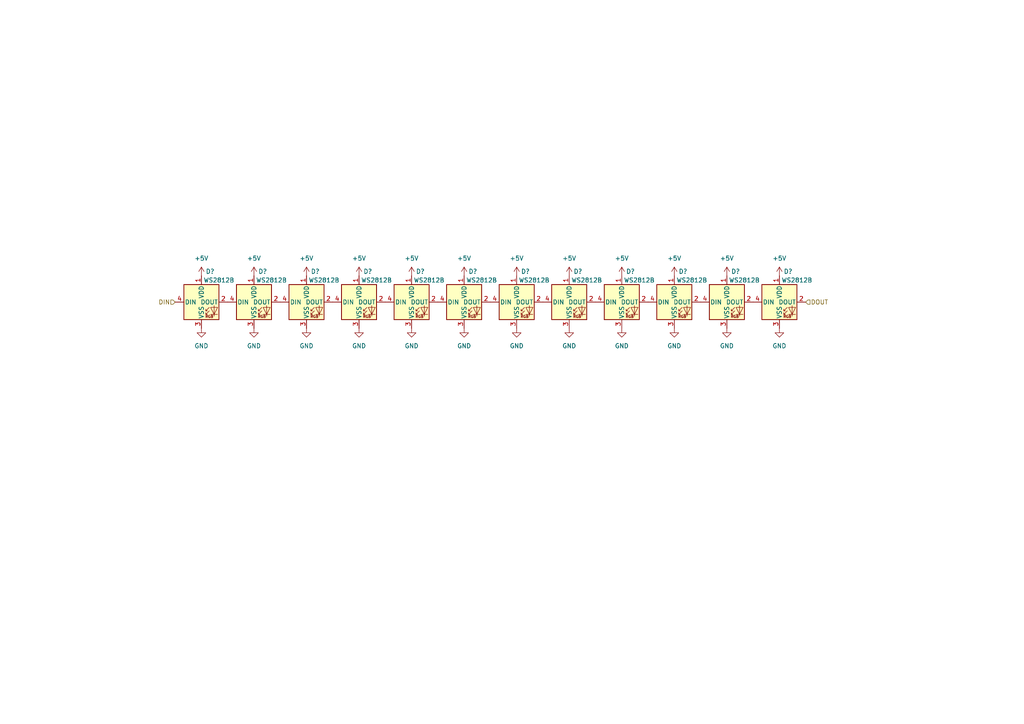
<source format=kicad_sch>
(kicad_sch (version 20211123) (generator eeschema)
  (paper "A4")
  (lib_symbols
    (symbol "LED:WS2812B" (pin_names (offset 0.254))
      (property "Reference" "D" (at 5.08 5.715 0))
      (property "Value" "WS2812B" (at 1.27 -5.715 0))
      (symbol "WS2812B_0_0"
        (text "RGB" (at 2.286 -4.191 0) (effects (font (size 0.762 0.762))))
      )
      (symbol "WS2812B_0_1"
        (polyline (pts (xy 1.27 -3.556) (xy 1.778 -3.556)))
        (polyline (pts (xy 1.27 -2.54) (xy 1.778 -2.54)))
        (polyline (pts (xy 4.699 -3.556) (xy 2.667 -3.556)))
        (polyline (pts (xy 2.286 -2.54) (xy 1.27 -3.556) (xy 1.27 -3.048)))
        (polyline (pts (xy 2.286 -1.524) (xy 1.27 -2.54) (xy 1.27 -2.032)))
        (polyline (pts (xy 3.683 -1.016) (xy 3.683 -3.556) (xy 3.683 -4.064)))
        (polyline (pts (xy 4.699 -1.524) (xy 2.667 -1.524) (xy 3.683 -3.556) (xy 4.699 -1.524)))
        (rectangle (start 5.08 5.08) (end -5.08 -5.08) (stroke (width 0.254)) (fill (type background)))
      )
      (symbol "WS2812B_1_1"
        (pin power_in line (at 0 7.62 270) (length 2.54) (name "VDD") (number "1"))
        (pin output line (at 7.62 0 180) (length 2.54) (name "DOUT") (number "2"))
        (pin power_in line (at 0 -7.62 90) (length 2.54) (name "VSS") (number "3"))
        (pin input line (at -7.62 0 0) (length 2.54) (name "DIN") (number "4"))
      )
    )
    (symbol "power:+5V" (power) (pin_names (offset 0))
      (property "Value" "+5V" (at 0 3.556 0))
      (symbol "+5V_0_1"
        (polyline (pts (xy -0.762 1.27) (xy 0 2.54)))
        (polyline (pts (xy 0 0) (xy 0 2.54)))
        (polyline (pts (xy 0 2.54) (xy 0.762 1.27)))
      )
      (symbol "+5V_1_1"
        (pin power_in line (at 0 0 90) (length 0) hide (name "+5V") (number "1"))
      )
    )
    (symbol "power:GND" (power) (pin_names (offset 0))
      (property "Value" "GND" (at 0 -3.81 0))
      (symbol "GND_0_1"
        (polyline (pts (xy 0 0) (xy 0 -1.27) (xy 1.27 -1.27) (xy 0 -2.54) (xy -1.27 -1.27) (xy 0 -1.27)))
      )
      (symbol "GND_1_1"
        (pin power_in line (at 0 0 270) (length 0) hide (name "GND") (number "1"))
      )
    )
  )
  (hierarchical_label "DIN" (shape input) (at 50.8 87.63 180))
  (hierarchical_label "DOUT" (shape input) (at 233.68 87.63 0))
  (symbol (lib_id "power:+5V") (at 73.66 80.01 0) (unit 1)
    (property "Reference" "#PWR?" (effects hide))
    (property "Value" "+5V" (at 73.66 74.93 0))
  )
  (symbol (lib_id "LED:WS2812B") (at 210.82 87.63 0) (unit 1)
    (property "Reference" "D?" (at 213.36 78.74 0))
    (property "Value" "WS2812B" (at 215.9 81.28 0))
    (property "Footprint" "LED_SMD:LED_WS2812B_PLCC4_5.0x5.0mm_P3.2mm" (effects hide))
    (property "Datasheet" "https://cdn-shop.adafruit.com/datasheets/WS2812B.pdf" (effects hide))
  )
  (symbol (lib_id "power:GND") (at 104.14 95.25 0) (unit 1)
    (property "Reference" "#PWR?" (effects hide))
    (property "Value" "GND" (at 104.14 100.33 0))
  )
  (symbol (lib_id "LED:WS2812B") (at 180.34 87.63 0) (unit 1)
    (property "Reference" "D?" (at 182.88 78.74 0))
    (property "Value" "WS2812B" (at 185.42 81.28 0))
    (property "Footprint" "LED_SMD:LED_WS2812B_PLCC4_5.0x5.0mm_P3.2mm" (effects hide))
    (property "Datasheet" "https://cdn-shop.adafruit.com/datasheets/WS2812B.pdf" (effects hide))
  )
  (symbol (lib_id "power:+5V") (at 210.82 80.01 0) (unit 1)
    (property "Reference" "#PWR?" (effects hide))
    (property "Value" "+5V" (at 210.82 74.93 0))
  )
  (symbol (lib_id "LED:WS2812B") (at 149.86 87.63 0) (unit 1)
    (property "Reference" "D?" (at 152.4 78.74 0))
    (property "Value" "WS2812B" (at 154.94 81.28 0))
    (property "Footprint" "LED_SMD:LED_WS2812B_PLCC4_5.0x5.0mm_P3.2mm" (effects hide))
    (property "Datasheet" "https://cdn-shop.adafruit.com/datasheets/WS2812B.pdf" (effects hide))
  )
  (symbol (lib_id "LED:WS2812B") (at 88.9 87.63 0) (unit 1)
    (property "Reference" "D?" (at 91.44 78.74 0))
    (property "Value" "WS2812B" (at 93.98 81.28 0))
    (property "Footprint" "LED_SMD:LED_WS2812B_PLCC4_5.0x5.0mm_P3.2mm" (effects hide))
    (property "Datasheet" "https://cdn-shop.adafruit.com/datasheets/WS2812B.pdf" (effects hide))
  )
  (symbol (lib_id "power:+5V") (at 149.86 80.01 0) (unit 1)
    (property "Reference" "#PWR?" (effects hide))
    (property "Value" "+5V" (at 149.86 74.93 0))
  )
  (symbol (lib_id "power:GND") (at 134.62 95.25 0) (unit 1)
    (property "Reference" "#PWR?" (effects hide))
    (property "Value" "GND" (at 134.62 100.33 0))
  )
  (symbol (lib_id "LED:WS2812B") (at 104.14 87.63 0) (unit 1)
    (property "Reference" "D?" (at 106.68 78.74 0))
    (property "Value" "WS2812B" (at 109.22 81.28 0))
    (property "Footprint" "LED_SMD:LED_WS2812B_PLCC4_5.0x5.0mm_P3.2mm" (effects hide))
    (property "Datasheet" "https://cdn-shop.adafruit.com/datasheets/WS2812B.pdf" (effects hide))
  )
  (symbol (lib_id "power:+5V") (at 134.62 80.01 0) (unit 1)
    (property "Reference" "#PWR?" (effects hide))
    (property "Value" "+5V" (at 134.62 74.93 0))
  )
  (symbol (lib_id "power:GND") (at 195.58 95.25 0) (unit 1)
    (property "Reference" "#PWR?" (effects hide))
    (property "Value" "GND" (at 195.58 100.33 0))
  )
  (symbol (lib_id "power:GND") (at 180.34 95.25 0) (unit 1)
    (property "Reference" "#PWR?" (effects hide))
    (property "Value" "GND" (at 180.34 100.33 0))
  )
  (symbol (lib_id "power:+5V") (at 104.14 80.01 0) (unit 1)
    (property "Reference" "#PWR?" (effects hide))
    (property "Value" "+5V" (at 104.14 74.93 0))
  )
  (symbol (lib_id "power:+5V") (at 165.1 80.01 0) (unit 1)
    (property "Reference" "#PWR?" (effects hide))
    (property "Value" "+5V" (at 165.1 74.93 0))
  )
  (symbol (lib_id "power:GND") (at 149.86 95.25 0) (unit 1)
    (property "Reference" "#PWR?" (effects hide))
    (property "Value" "GND" (at 149.86 100.33 0))
  )
  (symbol (lib_id "power:GND") (at 88.9 95.25 0) (unit 1)
    (property "Reference" "#PWR?" (effects hide))
    (property "Value" "GND" (at 88.9 100.33 0))
  )
  (symbol (lib_id "LED:WS2812B") (at 134.62 87.63 0) (unit 1)
    (property "Reference" "D?" (at 137.16 78.74 0))
    (property "Value" "WS2812B" (at 139.7 81.28 0))
    (property "Footprint" "LED_SMD:LED_WS2812B_PLCC4_5.0x5.0mm_P3.2mm" (effects hide))
    (property "Datasheet" "https://cdn-shop.adafruit.com/datasheets/WS2812B.pdf" (effects hide))
  )
  (symbol (lib_id "power:GND") (at 210.82 95.25 0) (unit 1)
    (property "Reference" "#PWR?" (effects hide))
    (property "Value" "GND" (at 210.82 100.33 0))
  )
  (symbol (lib_id "LED:WS2812B") (at 195.58 87.63 0) (unit 1)
    (property "Reference" "D?" (at 198.12 78.74 0))
    (property "Value" "WS2812B" (at 200.66 81.28 0))
    (property "Footprint" "LED_SMD:LED_WS2812B_PLCC4_5.0x5.0mm_P3.2mm" (effects hide))
    (property "Datasheet" "https://cdn-shop.adafruit.com/datasheets/WS2812B.pdf" (effects hide))
  )
  (symbol (lib_id "LED:WS2812B") (at 165.1 87.63 0) (unit 1)
    (property "Reference" "D?" (at 167.64 78.74 0))
    (property "Value" "WS2812B" (at 170.18 81.28 0))
    (property "Footprint" "LED_SMD:LED_WS2812B_PLCC4_5.0x5.0mm_P3.2mm" (effects hide))
    (property "Datasheet" "https://cdn-shop.adafruit.com/datasheets/WS2812B.pdf" (effects hide))
  )
  (symbol (lib_id "power:GND") (at 58.42 95.25 0) (unit 1)
    (property "Reference" "#PWR?" (effects hide))
    (property "Value" "GND" (at 58.42 100.33 0))
  )
  (symbol (lib_id "power:+5V") (at 180.34 80.01 0) (unit 1)
    (property "Reference" "#PWR?" (effects hide))
    (property "Value" "+5V" (at 180.34 74.93 0))
  )
  (symbol (lib_id "power:GND") (at 226.06 95.25 0) (unit 1)
    (property "Reference" "#PWR?" (effects hide))
    (property "Value" "GND" (at 226.06 100.33 0))
  )
  (symbol (lib_id "power:+5V") (at 226.06 80.01 0) (unit 1)
    (property "Reference" "#PWR?" (effects hide))
    (property "Value" "+5V" (at 226.06 74.93 0))
  )
  (symbol (lib_id "LED:WS2812B") (at 73.66 87.63 0) (unit 1)
    (property "Reference" "D?" (at 76.2 78.74 0))
    (property "Value" "WS2812B" (at 78.74 81.28 0))
    (property "Footprint" "LED_SMD:LED_WS2812B_PLCC4_5.0x5.0mm_P3.2mm" (effects hide))
    (property "Datasheet" "https://cdn-shop.adafruit.com/datasheets/WS2812B.pdf" (effects hide))
  )
  (symbol (lib_id "power:+5V") (at 58.42 80.01 0) (unit 1)
    (property "Reference" "#PWR?" (effects hide))
    (property "Value" "+5V" (at 58.42 74.93 0))
  )
  (symbol (lib_id "power:GND") (at 165.1 95.25 0) (unit 1)
    (property "Reference" "#PWR?" (effects hide))
    (property "Value" "GND" (at 165.1 100.33 0))
  )
  (symbol (lib_id "LED:WS2812B") (at 119.38 87.63 0) (unit 1)
    (property "Reference" "D?" (at 121.92 78.74 0))
    (property "Value" "WS2812B" (at 124.46 81.28 0))
    (property "Footprint" "LED_SMD:LED_WS2812B_PLCC4_5.0x5.0mm_P3.2mm" (effects hide))
    (property "Datasheet" "https://cdn-shop.adafruit.com/datasheets/WS2812B.pdf" (effects hide))
  )
  (symbol (lib_id "power:+5V") (at 195.58 80.01 0) (unit 1)
    (property "Reference" "#PWR?" (effects hide))
    (property "Value" "+5V" (at 195.58 74.93 0))
  )
  (symbol (lib_id "power:GND") (at 73.66 95.25 0) (unit 1)
    (property "Reference" "#PWR?" (effects hide))
    (property "Value" "GND" (at 73.66 100.33 0))
  )
  (symbol (lib_id "LED:WS2812B") (at 226.06 87.63 0) (unit 1)
    (property "Reference" "D?" (at 228.6 78.74 0))
    (property "Value" "WS2812B" (at 231.14 81.28 0))
    (property "Footprint" "LED_SMD:LED_WS2812B_PLCC4_5.0x5.0mm_P3.2mm" (effects hide))
    (property "Datasheet" "https://cdn-shop.adafruit.com/datasheets/WS2812B.pdf" (effects hide))
  )
  (symbol (lib_id "power:GND") (at 119.38 95.25 0) (unit 1)
    (property "Reference" "#PWR?" (effects hide))
    (property "Value" "GND" (at 119.38 100.33 0))
  )
  (symbol (lib_id "power:+5V") (at 119.38 80.01 0) (unit 1)
    (property "Reference" "#PWR?" (effects hide))
    (property "Value" "+5V" (at 119.38 74.93 0))
  )
  (symbol (lib_id "LED:WS2812B") (at 58.42 87.63 0) (unit 1)
    (property "Reference" "D?" (at 60.96 78.74 0))
    (property "Value" "WS2812B" (at 63.5 81.28 0))
    (property "Footprint" "LED_SMD:LED_WS2812B_PLCC4_5.0x5.0mm_P3.2mm" (effects hide))
    (property "Datasheet" "https://cdn-shop.adafruit.com/datasheets/WS2812B.pdf" (effects hide))
  )
  (symbol (lib_id "power:+5V") (at 88.9 80.01 0) (unit 1)
    (property "Reference" "#PWR?" (effects hide))
    (property "Value" "+5V" (at 88.9 74.93 0))
  )
)
</source>
